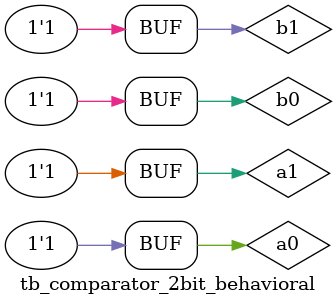
<source format=v>
module tb_comparator_2bit_behavioral;
    reg a1, a0, b1, b0;
    wire x, y, z;

    comparator_2bit_behavioral uut(a1, a0, b1, b0, x, y, z);

    initial 
    begin
        {a1, a0} = 2'b00; {b1, b0} = 2'b00; #5; // A == B
        {a1, a0} = 2'b01; {b1, b0} = 2'b00; #5; // A > B
        {a1, a0} = 2'b10; {b1, b0} = 2'b01; #5; // A > B
        {a1, a0} = 2'b11; {b1, b0} = 2'b10; #5; // A > B
        {a1, a0} = 2'b01; {b1, b0} = 2'b10; #5; // A < B
        {a1, a0} = 2'b10; {b1, b0} = 2'b11; #5; // A < B
        {a1, a0} = 2'b11; {b1, b0} = 2'b11; #5; // A == B
    end
endmodule 
</source>
